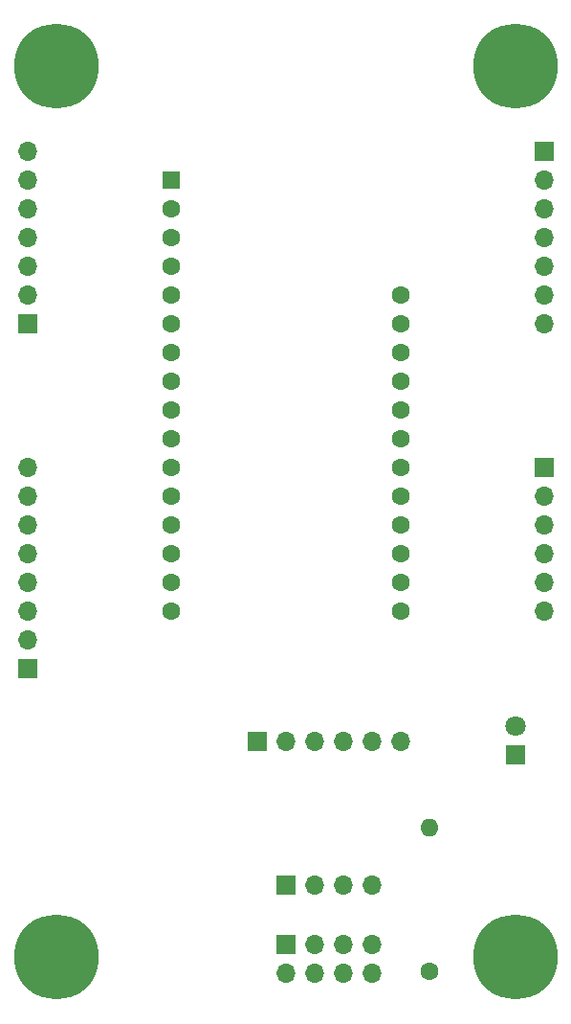
<source format=gbs>
G04 #@! TF.GenerationSoftware,KiCad,Pcbnew,(6.0.7)*
G04 #@! TF.CreationDate,2022-11-06T18:43:16-05:00*
G04 #@! TF.ProjectId,MDR_Breakout_Board,4d44525f-4272-4656-916b-6f75745f426f,rev?*
G04 #@! TF.SameCoordinates,Original*
G04 #@! TF.FileFunction,Soldermask,Bot*
G04 #@! TF.FilePolarity,Negative*
%FSLAX46Y46*%
G04 Gerber Fmt 4.6, Leading zero omitted, Abs format (unit mm)*
G04 Created by KiCad (PCBNEW (6.0.7)) date 2022-11-06 18:43:16*
%MOMM*%
%LPD*%
G01*
G04 APERTURE LIST*
%ADD10C,7.500000*%
%ADD11R,1.700000X1.700000*%
%ADD12O,1.700000X1.700000*%
%ADD13R,1.800000X1.800000*%
%ADD14C,1.800000*%
%ADD15C,1.600000*%
%ADD16O,1.600000X1.600000*%
%ADD17R,1.600000X1.600000*%
G04 APERTURE END LIST*
D10*
X142240000Y-63500000D03*
D11*
X185420000Y-98940000D03*
D12*
X185420000Y-101480000D03*
X185420000Y-104020000D03*
X185420000Y-106560000D03*
X185420000Y-109100000D03*
X185420000Y-111640000D03*
D11*
X139700000Y-86240000D03*
D12*
X139700000Y-83700000D03*
X139700000Y-81160000D03*
X139700000Y-78620000D03*
X139700000Y-76080000D03*
X139700000Y-73540000D03*
X139700000Y-71000000D03*
D10*
X182880000Y-142240000D03*
X142240000Y-142240000D03*
D11*
X139700000Y-116720000D03*
D12*
X139700000Y-114180000D03*
X139700000Y-111640000D03*
X139700000Y-109100000D03*
X139700000Y-106560000D03*
X139700000Y-104020000D03*
X139700000Y-101480000D03*
X139700000Y-98940000D03*
D11*
X160020000Y-123190000D03*
D12*
X162560000Y-123190000D03*
X165100000Y-123190000D03*
X167640000Y-123190000D03*
X170180000Y-123190000D03*
X172720000Y-123190000D03*
D13*
X182880000Y-124340000D03*
D14*
X182880000Y-121800000D03*
D11*
X162560000Y-135890000D03*
D12*
X165100000Y-135890000D03*
X167640000Y-135890000D03*
X170180000Y-135890000D03*
D15*
X175260000Y-143510000D03*
D16*
X175260000Y-130810000D03*
D11*
X185420000Y-71000000D03*
D12*
X185420000Y-73540000D03*
X185420000Y-76080000D03*
X185420000Y-78620000D03*
X185420000Y-81160000D03*
X185420000Y-83700000D03*
X185420000Y-86240000D03*
D10*
X182880000Y-63500000D03*
D11*
X162560000Y-141090000D03*
D12*
X162560000Y-143630000D03*
X165100000Y-141090000D03*
X165100000Y-143630000D03*
X167640000Y-141090000D03*
X167640000Y-143630000D03*
X170180000Y-141090000D03*
X170180000Y-143630000D03*
D17*
X152400000Y-73540000D03*
D15*
X152400000Y-76080000D03*
X152400000Y-78620000D03*
X152400000Y-81160000D03*
X152400000Y-83700000D03*
X152400000Y-86240000D03*
X152400000Y-88780000D03*
X152400000Y-91320000D03*
X152400000Y-93860000D03*
X152400000Y-96400000D03*
X152400000Y-98940000D03*
X152400000Y-101480000D03*
X152400000Y-104020000D03*
X152400000Y-106560000D03*
X152400000Y-109100000D03*
X152400000Y-111640000D03*
X172720000Y-111640000D03*
X172720000Y-109100000D03*
X172720000Y-106560000D03*
X172720000Y-104020000D03*
X172720000Y-101480000D03*
X172720000Y-98940000D03*
X172720000Y-96400000D03*
X172720000Y-93860000D03*
X172720000Y-91320000D03*
X172720000Y-88780000D03*
X172720000Y-86240000D03*
X172720000Y-83700000D03*
M02*

</source>
